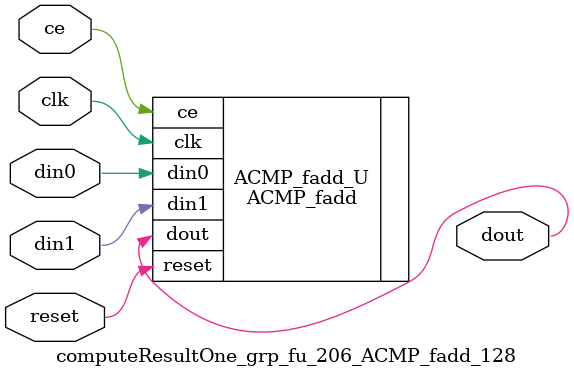
<source format=v>

`timescale 1 ns / 1 ps
module computeResultOne_grp_fu_206_ACMP_fadd_128(
    clk,
    reset,
    ce,
    din0,
    din1,
    dout);

parameter ID = 32'd1;
parameter NUM_STAGE = 32'd1;
parameter din0_WIDTH = 32'd1;
parameter din1_WIDTH = 32'd1;
parameter dout_WIDTH = 32'd1;
input clk;
input reset;
input ce;
input[din0_WIDTH - 1:0] din0;
input[din1_WIDTH - 1:0] din1;
output[dout_WIDTH - 1:0] dout;



ACMP_fadd #(
.ID( ID ),
.NUM_STAGE( 4 ),
.din0_WIDTH( din0_WIDTH ),
.din1_WIDTH( din1_WIDTH ),
.dout_WIDTH( dout_WIDTH ))
ACMP_fadd_U(
    .clk( clk ),
    .reset( reset ),
    .ce( ce ),
    .din0( din0 ),
    .din1( din1 ),
    .dout( dout ));

endmodule

</source>
